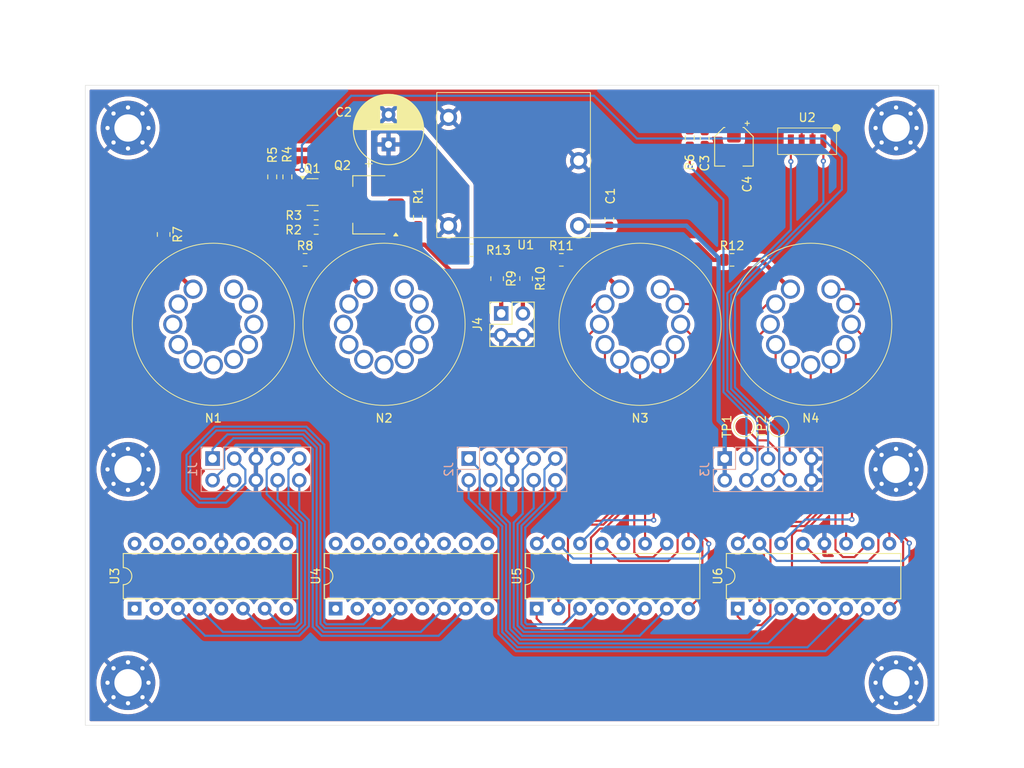
<source format=kicad_pcb>
(kicad_pcb (version 20240108) (generator "pcbnew") (generator_version "8.0")
  (layers (0 "F.Cu" signal) (31 "B.Cu" signal) (34 "B.Paste" user) (35 "F.Paste" user) (36 "B.SilkS" user "B.Silkscreen") (37 "F.SilkS" user "F.Silkscreen") (38 "B.Mask" user) (39 "F.Mask" user) (44 "Edge.Cuts" user))
  (net 0 "")
  (net 1 "GND")
  (net 2 "VBUS")
  (net 3 "Net-(U2-Vdd)")
  (net 4 "/Hours_Tens_C")
  (net 5 "/Hours_Tens_D")
  (net 6 "/Hours_Ones_D")
  (net 7 "/Hours_Ones_B")
  (net 8 "/Hours_Ones_A")
  (net 9 "/Hours_Ones_C")
  (net 10 "/Hours_Tens_A")
  (net 11 "/Hours_Tens_B")
  (net 12 "/Minutes_Ones_A")
  (net 13 "/Minutes_Ones_B")
  (net 14 "/Minutes_Tens_D")
  (net 15 "/Minutes_Ones_D")
  (net 16 "/Minutes_Tens_C")
  (net 17 "/Minutes_Tens_A")
  (net 18 "/Minutes_Ones_C")
  (net 19 "/Minutes_Tens_B")
  (net 20 "/I2C1_SDA")
  (net 21 "+3V3")
  (net 22 "/DIMMING")
  (net 23 "/I2C1_SCL")
  (net 24 "Net-(U3-6)")
  (net 25 "Net-(N1-0)")
  (net 26 "Net-(U3-8)")
  (net 27 "Net-(U3-2)")
  (net 28 "Net-(U3-3)")
  (net 29 "Net-(U3-1)")
  (net 30 "Net-(U3-9)")
  (net 31 "Net-(U3-7)")
  (net 32 "Net-(U3-4)")
  (net 33 "Net-(U4-2)")
  (net 34 "Net-(U4-3)")
  (net 35 "Net-(U4-9)")
  (net 36 "Net-(N2-0)")
  (net 37 "Net-(U4-7)")
  (net 38 "Net-(U4-6)")
  (net 39 "Net-(U4-4)")
  (net 40 "Net-(U4-8)")
  (net 41 "Net-(U4-1)")
  (net 42 "Net-(U5-1)")
  (net 43 "Net-(U5-8)")
  (net 44 "Net-(U5-6)")
  (net 45 "Net-(U5-2)")
  (net 46 "Net-(U5-7)")
  (net 47 "Net-(U5-4)")
  (net 48 "Net-(N3-0)")
  (net 49 "Net-(U5-3)")
  (net 50 "Net-(U6-3)")
  (net 51 "Net-(U6-4)")
  (net 52 "Net-(U6-8)")
  (net 53 "Net-(N4-0)")
  (net 54 "Net-(U6-6)")
  (net 55 "Net-(U6-2)")
  (net 56 "Net-(U6-7)")
  (net 57 "Net-(U6-1)")
  (net 58 "Net-(Q1-B)")
  (net 59 "Net-(Q1-C)")
  (net 60 "Net-(Q2-B)")
  (net 61 "/ANODE")
  (net 62 "/170V")
  (net 63 "Net-(R2-Pad2)")
  (net 64 "Net-(N1-Anode)")
  (net 65 "Net-(N2-Anode)")
  (net 66 "Net-(N3-Anode)")
  (net 67 "Net-(N4-Anode)")
  (net 68 "Net-(U3-5)")
  (net 69 "Net-(U4-5)")
  (net 70 "Net-(U5-5)")
  (net 71 "Net-(U6-5)")
  (net 72 "Net-(U5-9)")
  (net 73 "Net-(U6-9)")
  (net 74 "Net-(J3-Pin_8)")
  (net 75 "Net-(J3-Pin_7)")
  (net 76 "Net-(J4-Pin_1)")
  (net 77 "Net-(J4-Pin_3)")
  (footprint "Nick_Nixie:ИN-8" (layer "F.Cu") (at 185 78)
    (property "Reference" "N4")
    (property "Value" "ИN-8")
  )
  (footprint "MountingHole:MountingHole_3.2mm_M3_Pad_Via" (layer "F.Cu") (at 105 95)
    (property "Reference" "H4" (hide yes))
    (property "Value" "MountingHole_Pad")
  )
  (footprint "Resistor_SMD:R_0805_2012Metric" (layer "F.Cu") (at 175.775 70.45)
    (property "Reference" "R12")
    (property "Value" "22k")
  )
  (footprint "MountingHole:MountingHole_3.2mm_M3_Pad_Via" (layer "F.Cu") (at 105 55)
    (property "Reference" "H1" (hide yes))
    (property "Value" "MountingHole_Pad")
  )
  (footprint "MountingHole:MountingHole_3.2mm_M3_Pad_Via" (layer "F.Cu") (at 195 95)
    (property "Reference" "H3" (hide yes))
    (property "Value" "MountingHole_Pad")
  )
  (footprint "Resistor_SMD:R_0603_1608Metric" (layer "F.Cu") (at 127.05 65.225)
    (property "Reference" "R3")
    (property "Value" "100k")
  )
  (footprint "Package_DIP:DIP-16_W7.62mm" (layer "F.Cu") (at 129.332 111.32 90)
    (property "Reference" "U4")
    (property "Value" "К155ИД1")
  )
  (footprint "MountingHole:MountingHole_3.2mm_M3_Pad_Via" (layer "F.Cu") (at 105 120)
    (property "Reference" "H6" (hide yes))
    (property "Value" "MountingHole_Pad")
  )
  (footprint "Package_DIP:DIP-16_W7.62mm" (layer "F.Cu") (at 176.444 111.32 90)
    (property "Reference" "U6")
    (property "Value" "К155ИД1")
  )
  (footprint "Package_DIP:DIP-16_W7.62mm" (layer "F.Cu") (at 105.776 111.32 90)
    (property "Reference" "U3")
    (property "Value" "К155ИД1")
  )
  (footprint "Resistor_SMD:R_0603_1608Metric" (layer "F.Cu") (at 123.675 60.725 -90)
    (property "Reference" "R4")
    (property "Value" "10k")
  )
  (footprint "Resistor_SMD:R_0603_1608Metric" (layer "F.Cu") (at 127.05 66.925 180)
    (property "Reference" "R2")
    (property "Value" "100k")
  )
  (footprint "MountingHole:MountingHole_3.2mm_M3_Pad_Via" (layer "F.Cu") (at 195 120)
    (property "Reference" "H5" (hide yes))
    (property "Value" "MountingHole_Pad")
  )
  (footprint "MountingHole:MountingHole_3.2mm_M3_Pad_Via" (layer "F.Cu") (at 195 55)
    (property "Reference" "H2" (hide yes))
    (property "Value" "MountingHole_Pad")
  )
  (footprint "TestPoint:TestPoint_Pad_D2.0mm" (layer "F.Cu") (at 181.225 89.975 90)
    (property "Reference" "TP2")
    (property "Value" "TestPoint")
  )
  (footprint "Nick_Nixie:NCH8200HV" (layer "F.Cu") (at 150.3 58.75 180)
    (property "Reference" "U1")
    (property "Value" "NCH8200HV")
  )
  (footprint "Package_TO_SOT_SMD:SOT-223-3_TabPin2" (layer "F.Cu") (at 133.25 64 180)
    (property "Reference" "Q2")
    (property "Value" "PZTA92")
  )
  (footprint "Package_TO_SOT_SMD:SOT-23" (layer "F.Cu") (at 126.625 62.5)
    (property "Reference" "Q1")
    (property "Value" "MMBTA42")
  )
  (footprint "Resistor_SMD:R_0805_2012Metric" (layer "F.Cu") (at 151.65 72.6375 -90)
    (property "Reference" "R10")
    (property "Value" "22k")
  )
  (footprint "Resistor_SMD:R_0603_1608Metric" (layer "F.Cu") (at 170.825 56.175 -90)
    (property "Reference" "R6")
    (property "Value" "10k")
  )
  (footprint "Nick_Nixie:ИN-8" (layer "F.Cu") (at 165 78)
    (property "Reference" "N3")
    (property "Value" "ИN-8")
  )
  (footprint "Resistor_SMD:R_0805_2012Metric" (layer "F.Cu") (at 148.25 72.65 -90)
    (property "Reference" "R9")
    (property "Value" "22k")
  )
  (footprint "Capacitor_THT:CP_Radial_D8.0mm_P3.50mm" (layer "F.Cu") (at 135.525 56.927651 90)
    (property "Reference" "C2")
    (property "Value" "4.7u")
  )
  (footprint "TestPoint:TestPoint_Pad_D2.0mm" (layer "F.Cu") (at 177.175 89.975 90)
    (property "Reference" "TP1")
    (property "Value" "TestPoint")
  )
  (footprint "Resistor_SMD:R_0805_2012Metric" (layer "F.Cu") (at 145.2375 69.325)
    (property "Reference" "R13")
    (property "Value" "100k")
  )
  (footprint "Resistor_SMD:R_0603_1608Metric" (layer "F.Cu") (at 138.975 65.475 -90)
    (property "Reference" "R1")
    (property "Value" "100k")
  )
  (footprint "Package_DIP:DIP-16_W7.62mm" (layer "F.Cu") (at 152.888 111.32 90)
    (property "Reference" "U5")
    (property "Value" "К155ИД1")
  )
  (footprint "Resistor_SMD:R_0603_1608Metric" (layer "F.Cu") (at 121.9 60.725 -90)
    (property "Reference" "R5")
    (property "Value" "10k")
  )
  (footprint "Capacitor_SMD:C_0603_1608Metric" (layer "F.Cu") (at 161.4 65.65 90)
    (property "Reference" "C1")
    (property "Value" "100u")
  )
  (footprint "Nick_Nixie:ИN-8" (layer "F.Cu") (at 115 78)
    (property "Reference" "N1")
    (property "Value" "ИN-8")
  )
  (footprint "Capacitor_SMD:C_0603_1608Metric" (layer "F.Cu") (at 172.575 56.175 -90)
    (property "Reference" "C3")
    (property "Value" "100n")
  )
  (footprint "Connector_PinSocket_2.54mm:PinSocket_2x02_P2.54mm_Vertical" (layer "F.Cu") (at 148.73 76.73 90)
    (property "Reference" "J4")
    (property "Value" "Conn_02x02_Odd_Even")
  )
  (footprint "Resistor_SMD:R_0805_2012Metric" (layer "F.Cu") (at 125.75 70.45)
    (property "Reference" "R8")
    (property "Value" "22k")
  )
  (footprint "Resistor_SMD:R_0805_2012Metric" (layer "F.Cu") (at 155.775 70.45)
    (property "Reference" "R11")
    (property "Value" "22k")
  )
  (footprint "Nick_Nixie:ИN-8" (layer "F.Cu") (at 135 78)
    (property "Reference" "N2")
    (property "Value" "ИN-8")
  )
  (footprint "Capacitor_SMD:CP_Elec_4x5.4" (layer "F.Cu") (at 176 57.2 -90)
    (property "Reference" "C4")
    (property "Value" "10u")
  )
  (footprint "Nick_Sensors:VEML7700-TV" (layer "F.Cu") (at 184.575 56.55 180)
    (property "Reference" "U2")
    (property "Value" "VEML7700")
  )
  (footprint "Resistor_SMD:R_0805_2012Metric" (layer "F.Cu") (at 109.175 67.475 -90)
    (property "Reference" "R7")
    (property "Value" "22k")
  )
  (footprint "Connector_PinHeader_2.54mm:PinHeader_2x05_P2.54mm_Vertical" (layer "B.Cu") (at 114.91 93.73 -90)
    (property "Reference" "J1")
    (property "Value" "Conn_01x10_Pin")
  )
  (footprint "Connector_PinHeader_2.54mm:PinHeader_2x05_P2.54mm_Vertical" (layer "B.Cu") (at 174.92 93.73 -90)
    (property "Reference" "J3")
    (property "Value" "Conn_01x10_Pin")
  )
  (footprint "Connector_PinHeader_2.54mm:PinHeader_2x05_P2.54mm_Vertical" (layer "B.Cu") (at 144.92 93.73 -90)
    (property "Reference" "J2")
    (property "Value" "Conn_01x10_Pin")
  )
  (gr_rect (start 100 50) (end 200 125) (stroke (width 0.05)) (fill none) (layer "Edge.Cuts"))
  (segment (start 183.94 56.55) (end 183.94 58.49) (width 0.25) (layer "F.Cu") (net 1))
  (segment (start 183.925 54.55) (end 183.94 54.565) (width 0.25) (layer "F.Cu") (net 1))
  (segment (start 183.94 56.55) (end 183.94 54.565) (width 0.25) (layer "F.Cu") (net 1))
  (segment (start 183.94 58.49) (end 183.975 58.525) (width 0.25) (layer "F.Cu") (net 1))
  (segment (start 157.8 66.45) (end 161.375 66.45) (width 0.5) (layer "F.Cu") (net 2))
  (segment (start 161.375 66.45) (end 161.4 66.425) (width 0.5) (layer "F.Cu") (net 2))
  (segment (start 174.92 96.27) (end 174.92 93.73) (width 0.5) (layer "B.Cu") (net 2))
  (segment (start 174.92 89.97) (end 174.92 93.73) (width 0.5) (layer "B.Cu") (net 2))
  (segment (start 170.425 66.45) (end 174.2 70.225) (width 0.5) (layer "B.Cu") (net 2))
  (segment (start 157.8 66.45) (end 170.425 66.45) (width 0.5) (layer "B.Cu") (net 2))
  (segment (start 174.2 89.25) (end 174.92 89.97) (width 0.5) (layer "B.Cu") (net 2))
  (segment (start 174.2 70.225) (end 174.2 89.25) (width 0.5) (layer "B.Cu") (net 2))
  (segment (start 176 53.85) (end 176.95 52.9) (width 0.25) (layer "F.Cu") (net 3))
  (segment (start 170.825 55.35) (end 172.525 55.35) (width 0.25) (layer "F.Cu") (net 3))
  (segment (start 172.575 55.4) (end 176 55.4) (width 0.25) (layer "F.Cu") (net 3))
  (segment (start 176.95 52.9) (end 184.075 52.9) (width 0.25) (layer "F.Cu") (net 3))
  (segment (start 184.075 52.9) (end 185.225 54.05) (width 0.25) (layer "F.Cu") (net 3))
  (segment (start 185.225 54.05) (end 185.21 54.065) (width 0.25) (layer "F.Cu") (net 3))
  (segment (start 176 55.4) (end 176 53.85) (width 0.25) (layer "F.Cu") (net 3))
  (segment (start 172.525 55.35) (end 172.575 55.4) (width 0.25) (layer "F.Cu") (net 3))
  (segment (start 185.21 54.065) (end 185.21 56.55) (width 0.25) (layer "F.Cu") (net 3))
  (segment (start 121.25 97.9) (end 121.25 95.01) (width 0.25) (layer "B.Cu") (net 4))
  (segment (start 124.5 113.15) (end 124.85 112.8) (width 0.25) (layer "B.Cu") (net 4))
  (segment (start 121.25 95.01) (end 122.53 93.73) (width 0.25) (layer "B.Cu") (net 4))
  (segment (start 122.846 113.15) (end 124.5 113.15) (width 0.25) (layer "B.Cu") (net 4))
  (segment (start 121.016 111.32) (end 122.846 113.15) (width 0.25) (layer "B.Cu") (net 4))
  (segment (start 124.85 101.5) (end 121.25 97.9) (width 0.25) (layer "B.Cu") (net 4))
  (segment (start 124.85 112.8) (end 124.85 101.5) (width 0.25) (layer "B.Cu") (net 4))
  (segment (start 123.8 99.177208) (end 123.8 95) (width 0.25) (layer "B.Cu") (net 5))
  (segment (start 125.75 113.172792) (end 125.75 101.127208) (width 0.25) (layer "B.Cu") (net 5))
  (segment (start 124.872792 114.05) (end 125.75 113.172792) (width 0.25) (layer "B.Cu") (net 5))
  (segment (start 125.75 101.127208) (end 123.8 99.177208) (width 0.25) (layer "B.Cu") (net 5))
  (segment (start 113.396 111.32) (end 116.126 114.05) (width 0.25) (layer "B.Cu") (net 5))
  (segment (start 116.126 114.05) (end 124.872792 114.05) (width 0.25) (layer "B.Cu") (net 5))
  (segment (start 123.8 95) (end 125.07 93.73) (width 0.25) (layer "B.Cu") (net 5))
  (segment (start 127.55 92.277208) (end 125.722792 90.45) (width 0.25) (layer "B.Cu") (net 6))
  (segment (start 134.672 113.6) (end 128.072792 113.6) (width 0.25) (layer "B.Cu") (net 6))
  (segment (start 127.55 113.077208) (end 127.55 92.277208) (width 0.25) (layer "B.Cu") (net 6))
  (segment (start 112.3 93.5) (end 112.3 97.25) (width 0.25) (layer "B.Cu") (net 6))
  (segment (start 113.5 98.45) (end 115.27 98.45) (width 0.25) (layer "B.Cu") (net 6))
  (segment (start 128.072792 113.6) (end 127.55 113.077208) (width 0.25) (layer "B.Cu") (net 6))
  (segment (start 112.3 97.25) (end 113.5 98.45) (width 0.25) (layer "B.Cu") (net 6))
  (segment (start 115.35 90.45) (end 112.3 93.5) (width 0.25) (layer "B.Cu") (net 6))
  (segment (start 115.27 98.45) (end 117.45 96.27) (width 0.25) (layer "B.Cu") (net 6))
  (segment (start 136.952 111.32) (end 134.672 113.6) (width 0.25) (layer "B.Cu") (net 6))
  (segment (start 125.722792 90.45) (end 115.35 90.45) (width 0.25) (layer "B.Cu") (net 6))
  (segment (start 125.536396 90.9) (end 116.64 90.9) (width 0.25) (layer "B.Cu") (net 7))
  (segment (start 142.032 111.32) (end 139.302 114.05) (width 0.25) (layer "B.Cu") (net 7))
  (segment (start 114.91 92.63) (end 114.91 93.73) (width 0.25) (layer "B.Cu") (net 7))
  (segment (start 116.64 90.9) (end 114.91 92.63) (width 0.25) (layer "B.Cu") (net 7))
  (segment (start 127.1 113.263604) (end 127.1 92.463604) (width 0.25) (layer "B.Cu") (net 7))
  (segment (start 139.302 114.05) (end 127.886396 114.05) (width 0.25) (layer "B.Cu") (net 7))
  (segment (start 127.1 92.463604) (end 125.536396 90.9) (width 0.25) (layer "B.Cu") (net 7))
  (segment (start 127.886396 114.05) (end 127.1 113.263604) (width 0.25) (layer "B.Cu") (net 7))
  (segment (start 128 92.090812) (end 128 112.890812) (width 0.25) (layer "B.Cu") (net 8))
  (segment (start 125.909188 90) (end 128 92.090812) (width 0.25) (layer "B.Cu") (net 8))
  (segment (start 111.85 93.313604) (end 115.163604 90) (width 0.25) (layer "B.Cu") (net 8))
  (segment (start 128 112.890812) (end 128.259188 113.15) (width 0.25) (layer "B.Cu") (net 8))
  (segment (start 128.259188 113.15) (end 132.582 113.15) (width 0.25) (layer "B.Cu") (net 8))
  (segment (start 118.75 95.03) (end 118.75 96.631701) (width 0.25) (layer "B.Cu") (net 8))
  (segment (start 118.75 96.631701) (end 116.481701 98.9) (width 0.25) (layer "B.Cu") (net 8))
  (segment (start 132.582 113.15) (end 134.412 111.32) (width 0.25) (layer "B.Cu") (net 8))
  (segment (start 113.313604 98.9) (end 111.85 97.436396) (width 0.25) (layer "B.Cu") (net 8))
  (segment (start 116.481701 98.9) (end 113.313604 98.9) (width 0.25) (layer "B.Cu") (net 8))
  (segment (start 111.85 97.436396) (end 111.85 93.313604) (width 0.25) (layer "B.Cu") (net 8))
  (segment (start 117.45 93.73) (end 118.75 95.03) (width 0.25) (layer "B.Cu") (net 8))
  (segment (start 115.163604 90) (end 125.909188 90) (width 0.25) (layer "B.Cu") (net 8))
  (segment (start 144.572 111.32) (end 141.392 114.5) (width 0.25) (layer "B.Cu") (net 9))
  (segment (start 116.275 92.425) (end 116.275 94.905) (width 0.25) (layer "B.Cu") (net 9))
  (segment (start 126.65 113.45) (end 126.65 92.65) (width 0.25) (layer "B.Cu") (net 9))
  (segment (start 116.275 94.905) (end 114.91 96.27) (width 0.25) (layer "B.Cu") (net 9))
  (segment (start 127.7 114.5) (end 126.65 113.45) (width 0.25) (layer "B.Cu") (net 9))
  (segment (start 125.35 91.35) (end 117.35 91.35) (width 0.25) (layer "B.Cu") (net 9))
  (segment (start 141.392 114.5) (end 127.7 114.5) (width 0.25) (layer "B.Cu") (net 9))
  (segment (start 117.35 91.35) (end 116.275 92.425) (width 0.25) (layer "B.Cu") (net 9))
  (segment (start 126.65 92.65) (end 125.35 91.35) (width 0.25) (layer "B.Cu") (net 9))
  (segment (start 114.036 114.5) (end 110.856 111.32) (width 0.25) (layer "B.Cu") (net 10))
  (segment (start 126.2 113.359188) (end 125.059188 114.5) (width 0.25) (layer "B.Cu") (net 10))
  (segment (start 125.07 96.27) (end 125.07 99.810812) (width 0.25) (layer "B.Cu") (net 10))
  (segment (start 126.2 100.940812) (end 126.2 113.359188) (width 0.25) (layer "B.Cu") (net 10))
  (segment (start 125.07 99.810812) (end 126.2 100.940812) (width 0.25) (layer "B.Cu") (net 10))
  (segment (start 125.059188 114.5) (end 114.036 114.5) (width 0.25) (layer "B.Cu") (net 10))
  (segment (start 122.53 96.27) (end 122.53 98.543604) (width 0.25) (layer "B.Cu") (net 11))
  (segment (start 120.756 113.6) (end 118.476 111.32) (width 0.25) (layer "B.Cu") (net 11))
  (segment (start 125.3 101.313604) (end 125.3 112.986396) (width 0.25) (layer "B.Cu") (net 11))
  (segment (start 124.686396 113.6) (end 120.756 113.6) (width 0.25) (layer "B.Cu") (net 11))
  (segment (start 122.53 98.543604) (end 125.3 101.313604) (width 0.25) (layer "B.Cu") (net 11))
  (segment (start 125.3 112.986396) (end 124.686396 113.6) (width 0.25) (layer "B.Cu") (net 11))
  (segment (start 151.004416 114.95) (end 177.894 114.95) (width 0.25) (layer "B.Cu") (net 12))
  (segment (start 148.75 100.3) (end 149.75 101.3) (width 0.25) (layer "B.Cu") (net 12))
  (segment (start 149.75 101.3) (end 149.75 113.695584) (width 0.25) (layer "B.Cu") (net 12))
  (segment (start 147.46 93.73) (end 148.75 95.02) (width 0.25) (layer "B.Cu") (net 12))
  (segment (start 177.894 114.95) (end 181.524 111.32) (width 0.25) (layer "B.Cu") (net 12))
  (segment (start 148.75 95.02) (end 148.75 100.3) (width 0.25) (layer "B.Cu") (net 12))
  (segment (start 149.75 113.695584) (end 151.004416 114.95) (width 0.25) (layer "B.Cu") (net 12))
  (segment (start 148.85 114.068376) (end 150.631624 115.85) (width 0.25) (layer "B.Cu") (net 13))
  (segment (start 150.631624 115.85) (end 184.614 115.85) (width 0.25) (layer "B.Cu") (net 13))
  (segment (start 144.92 93.73) (end 146.2 95.01) (width 0.25) (layer "B.Cu") (net 13))
  (segment (start 184.614 115.85) (end 189.144 111.32) (width 0.25) (layer "B.Cu") (net 13))
  (segment (start 148.85 101.672792) (end 148.85 114.068376) (width 0.25) (layer "B.Cu") (net 13))
  (segment (start 146.2 95.01) (end 146.2 99.022792) (width 0.25) (layer "B.Cu") (net 13))
  (segment (start 146.2 99.022792) (end 148.85 101.672792) (width 0.25) (layer "B.Cu") (net 13))
  (segment (start 151.1 113.136396) (end 151.563604 113.6) (width 0.25) (layer "B.Cu") (net 14))
  (segment (start 153.8 95.01) (end 153.8 98.913604) (width 0.25) (layer "B.Cu") (net 14))
  (segment (start 155.08 93.73) (end 153.8 95.01) (width 0.25) (layer "B.Cu") (net 14))
  (segment (start 151.1 101.613604) (end 151.1 113.136396) (width 0.25) (layer "B.Cu") (net 14))
  (segment (start 158.228 113.6) (end 160.508 111.32) (width 0.25) (layer "B.Cu") (net 14))
  (segment (start 151.563604 113.6) (end 158.228 113.6) (width 0.25) (layer "B.Cu") (net 14))
  (segment (start 153.8 98.913604) (end 151.1 101.613604) (width 0.25) (layer "B.Cu") (net 14))
  (segment (start 150.81802 115.4) (end 149.3 113.88198) (width 0.25) (layer "B.Cu") (net 15))
  (segment (start 179.984 115.4) (end 150.81802 115.4) (width 0.25) (layer "B.Cu") (net 15))
  (segment (start 149.3 101.486396) (end 147.46 99.646396) (width 0.25) (layer "B.Cu") (net 15))
  (segment (start 149.3 113.88198) (end 149.3 101.486396) (width 0.25) (layer "B.Cu") (net 15))
  (segment (start 184.064 111.32) (end 179.984 115.4) (width 0.25) (layer "B.Cu") (net 15))
  (segment (start 147.46 99.646396) (end 147.46 96.27) (width 0.25) (layer "B.Cu") (net 15))
  (segment (start 150.2 101.240812) (end 151.25 100.190812) (width 0.25) (layer "B.Cu") (net 16))
  (segment (start 151.190812 114.5) (end 150.2 113.509188) (width 0.25) (layer "B.Cu") (net 16))
  (segment (start 151.25 95.02) (end 152.54 93.73) (width 0.25) (layer "B.Cu") (net 16))
  (segment (start 168.128 111.32) (end 164.948 114.5) (width 0.25) (layer "B.Cu") (net 16))
  (segment (start 151.25 100.190812) (end 151.25 95.02) (width 0.25) (layer "B.Cu") (net 16))
  (segment (start 164.948 114.5) (end 151.190812 114.5) (width 0.25) (layer "B.Cu") (net 16))
  (segment (start 150.2 113.509188) (end 150.2 101.240812) (width 0.25) (layer "B.Cu") (net 16))
  (segment (start 156.15 113.15) (end 157.968 111.332) (width 0.25) (layer "B.Cu") (net 17))
  (segment (start 155.08 98.27) (end 151.55 101.8) (width 0.25) (layer "B.Cu") (net 17))
  (segment (start 151.55 101.8) (end 151.55 112.95) (width 0.25) (layer "B.Cu") (net 17))
  (segment (start 151.55 112.95) (end 151.75 113.15) (width 0.25) (layer "B.Cu") (net 17))
  (segment (start 151.75 113.15) (end 156.15 113.15) (width 0.25) (layer "B.Cu") (net 17))
  (segment (start 155.08 96.27) (end 155.08 98.27) (width 0.25) (layer "B.Cu") (net 17))
  (segment (start 157.968 111.332) (end 157.968 111.32) (width 0.25) (layer "B.Cu") (net 17))
  (segment (start 150.445228 116.3) (end 148.4 114.254772) (width 0.25) (layer "B.Cu") (net 18))
  (segment (start 191.684 111.32) (end 186.704 116.3) (width 0.25) (layer "B.Cu") (net 18))
  (segment (start 148.4 101.859188) (end 144.92 98.379188) (width 0.25) (layer "B.Cu") (net 18))
  (segment (start 144.92 98.379188) (end 144.92 96.27) (width 0.25) (layer "B.Cu") (net 18))
  (segment (start 148.4 114.254772) (end 148.4 101.859188) (width 0.25) (layer "B.Cu") (net 18))
  (segment (start 186.704 116.3) (end 150.445228 116.3) (width 0.25) (layer "B.Cu") (net 18))
  (segment (start 152.54 96.27) (end 152.54 99.537208) (width 0.25) (layer "B.Cu") (net 19))
  (segment (start 150.65 101.427208) (end 150.65 113.322792) (width 0.25) (layer "B.Cu") (net 19))
  (segment (start 162.858 114.05) (end 165.588 111.32) (width 0.25) (layer "B.Cu") (net 19))
  (segment (start 151.377208 114.05) (end 162.858 114.05) (width 0.25) (layer "B.Cu") (net 19))
  (segment (start 152.54 99.537208) (end 150.65 101.427208) (width 0.25) (layer "B.Cu") (net 19))
  (segment (start 150.65 113.322792) (end 151.377208 114.05) (width 0.25) (layer "B.Cu") (net 19))
  (segment (start 182.67 58.925) (end 182.67 56.55) (width 0.25) (layer "F.Cu") (net 20))
  (via (at 182.67 58.925) (size 0.6) (drill 0.3) (layers "F.Cu" "B.Cu") (net 20))
  (segment (start 182.67 58.925) (end 182.67 66.918604) (width 0.25) (layer "B.Cu") (net 20))
  (segment (start 178.75 89.286396) (end 178.75 94.98) (width 0.25) (layer "B.Cu") (net 20))
  (segment (start 178.75 94.98) (end 177.46 96.27) (width 0.25) (layer "B.Cu") (net 20))
  (segment (start 175.225 74.363604) (end 175.225 85.761396) (width 0.25) (layer "B.Cu") (net 20))
  (segment (start 182.67 66.918604) (end 175.225 74.363604) (width 0.25) (layer "B.Cu") (net 20))
  (segment (start 175.225 85.761396) (end 178.75 89.286396) (width 0.25) (layer "B.Cu") (net 20))
  (segment (start 170.875 59.525) (end 170.825 59.475) (width 0.25) (layer "F.Cu") (net 21))
  (segment (start 170.825 59.475) (end 170.825 57) (width 0.25) (layer "F.Cu") (net 21))
  (via (at 170.875 59.525) (size 0.6) (drill 0.3) (layers "F.Cu" "B.Cu") (net 21))
  (segment (start 174.775 85.947792) (end 174.775 63.425) (width 0.25) (layer "B.Cu") (net 21))
  (segment (start 177.46 93.73) (end 177.46 88.632792) (width 0.25) (layer "B.Cu") (net 21))
  (segment (start 177.46 88.632792) (end 174.775 85.947792) (width 0.25) (layer "B.Cu") (net 21))
  (segment (start 174.775 63.425) (end 170.875 59.525) (width 0.25) (layer "B.Cu") (net 21))
  (segment (start 125.375 59.925) (end 125.35 59.9) (width 0.25) (layer "F.Cu") (net 22))
  (segment (start 125.35 59.9) (end 123.675 59.9) (width 0.25) (layer "F.Cu") (net 22))
  (segment (start 123.675 59.9) (end 121.9 59.9) (width 0.25) (layer "F.Cu") (net 22))
  (via (at 125.375 59.925) (size 0.6) (drill 0.3) (layers "F.Cu" "B.Cu") (net 22))
  (segment (start 159.625 51.225) (end 131.15 51.225) (width 0.25) (layer "B.Cu") (net 22))
  (segment (start 164.625 56.225) (end 159.625 51.225) (width 0.25) (layer "B.Cu") (net 22))
  (segment (start 125.375 57) (end 125.375 59.925) (width 0.25) (layer "B.Cu") (net 22))
  (segment (start 181.3 94.97) (end 181.3 90.563604) (width 0.25) (layer "B.Cu") (net 22))
  (segment (start 180 96.27) (end 181.3 94.97) (width 0.25) (layer "B.Cu") (net 22))
  (segment (start 181.3 90.563604) (end 176.125 85.388604) (width 0.25) (layer "B.Cu") (net 22))
  (segment (start 186.4 56.225) (end 164.625 56.225) (width 0.25) (layer "B.Cu") (net 22))
  (segment (start 176.125 74.736396) (end 188.65 62.211396) (width 0.25) (layer "B.Cu") (net 22))
  (segment (start 188.65 62.211396) (end 188.65 58.475) (width 0.25) (layer "B.Cu") (net 22))
  (segment (start 176.125 85.388604) (end 176.125 74.736396) (width 0.25) (layer "B.Cu") (net 22))
  (segment (start 131.15 51.225) (end 125.375 57) (width 0.25) (layer "B.Cu") (net 22))
  (segment (start 188.65 58.475) (end 186.4 56.225) (width 0.25) (layer "B.Cu") (net 22))
  (segment (start 186.48 58.875) (end 186.48 56.55) (width 0.25) (layer "F.Cu") (net 23))
  (via (at 186.48 58.875) (size 0.6) (drill 0.3) (layers "F.Cu" "B.Cu") (net 23))
  (segment (start 175.675 74.55) (end 175.675 85.575) (width 0.25) (layer "B.Cu") (net 23))
  (segment (start 175.675 85.575) (end 180 89.9) (width 0.25) (layer "B.Cu") (net 23))
  (segment (start 186.48 58.875) (end 186.48 63.745) (width 0.25) (layer "B.Cu") (net 23))
  (segment (start 180 89.9) (end 180 93.73) (width 0.25) (layer "B.Cu") (net 23))
  (segment (start 186.48 63.745) (end 175.675 74.55) (width 0.25) (layer "B.Cu") (net 23))
  (segment (start 172.2 75.8) (end 170.286379 73.886379) (width 0.25) (layer "F.Cu") (net 42))
  (segment (start 167.25 90.809188) (end 172.2 85.859188) (width 0.25) (layer "F.Cu") (net 42))
  (segment (start 170.286379 73.886379) (end 167.375 73.886379) (width 0.25) (layer "F.Cu") (net 42))
  (segment (start 172.2 85.859188) (end 172.2 75.8) (width 0.25) (layer "F.Cu") (net 42))
  (segment (start 173.05 103.56802) (end 167.25 97.76802) (width 0.25) (layer "F.Cu") (net 42))
  (segment (start 167.25 97.76802) (end 167.25 90.809188) (width 0.25) (layer "F.Cu") (net 42))
  (segment (start 173.05 103.725) (end 173.05 103.56802) (width 0.25) (layer "F.Cu") (net 42))
  (via (at 173.05 103.725) (size 0.6) (drill 0.3) (layers "F.Cu" "B.Cu") (net 42))
  (segment (start 155.428 103.7) (end 157.178 105.45) (width 0.25) (layer "B.Cu") (net 42))
  (segment (start 172.25 105.45) (end 173.05 104.65) (width 0.25) (layer "B.Cu") (net 42))
  (segment (start 157.178 105.45) (end 172.25 105.45) (width 0.25) (layer "B.Cu") (net 42))
  (segment (start 173.05 104.65) (end 173.05 103.725) (width 0.25) (layer "B.Cu") (net 42))
  (segment (start 153.55 113.15) (end 155.9 113.15) (width 0.25) (layer "F.Cu") (net 43))
  (segment (start 160.875 101.925) (end 164.1 98.7) (width 0.25) (layer "F.Cu") (net 43))
  (segment (start 152.888 111.32) (end 152.888 112.488) (width 0.25) (layer "F.Cu") (net 43))
  (segment (start 160.886379 87.072775) (end 160.886379 80.375) (width 0.25) (layer "F.Cu") (net 43))
  (segment (start 156.7 109.85) (end 159.25 107.3) (width 0.25) (layer "F.Cu") (net 43))
  (segment (start 164.1 98.7) (end 164.1 90.286396) (width 0.25) (layer "F.Cu") (net 43))
  (segment (start 159.25 103) (end 160.325 101.925) (width 0.25) (layer "F.Cu") (net 43))
  (segment (start 155.9 113.15) (end 156.7 112.35) (width 0.25) (layer "F.Cu") (net 43))
  (segment (start 152.888 112.488) (end 153.55 113.15) (width 0.25) (layer "F.Cu") (net 43))
  (segment (start 156.7 112.35) (end 156.7 109.85) (width 0.25) (layer "F.Cu") (net 43))
  (segment (start 159.25 107.3) (end 159.25 103) (width 0.25) (layer "F.Cu") (net 43))
  (segment (start 160.325 101.925) (end 160.875 101.925) (width 0.25) (layer "F.Cu") (net 43))
  (segment (start 164.1 90.286396) (end 160.886379 87.072775) (width 0.25) (layer "F.Cu") (net 43))
  (segment (start 165 82.75) (end 165 98.7) (width 0.25) (layer "F.Cu") (net 44))
  (segment (start 165.588 99.288) (end 165.588 103.7) (width 0.25) (layer "F.Cu") (net 44))
  (segment (start 165 98.7) (end 165.588 99.288) (width 0.25) (layer "F.Cu") (net 44))
  (segment (start 171.75 76.670389) (end 171.75 85.672792) (width 0.25) (layer "F.Cu") (net 45))
  (segment (start 170.704611 75.625) (end 171.75 76.670389) (width 0.25) (layer "F.Cu") (net 45))
  (segment (start 166.8 97.954416) (end 172.3 103.454416) (width 0.25) (layer "F.Cu") (net 45))
  (segment (start 171.75 85.672792) (end 166.8 90.622792) (width 0.25) (layer "F.Cu") (net 45))
  (segment (start 172.3 103.454416) (end 172.3 109.688) (width 0.25) (layer "F.Cu") (net 45))
  (segment (start 172.3 109.688) (end 170.668 111.32) (width 0.25) (layer "F.Cu") (net 45))
  (segment (start 166.8 90.622792) (end 166.8 97.954416) (width 0.25) (layer "F.Cu") (net 45))
  (segment (start 169.113621 75.625) (end 170.704611 75.625) (width 0.25) (layer "F.Cu") (net 45))
  (segment (start 164.325 99.111396) (end 164.55 98.886396) (width 0.25) (layer "F.Cu") (net 46))
  (segment (start 162.625 88.175) (end 162.625 82.113621) (width 0.25) (layer "F.Cu") (net 46))
  (segment (start 164.325 104.725) (end 164.325 99.111396) (width 0.25) (layer "F.Cu") (net 46))
  (segment (start 164.9 105.3) (end 164.325 104.725) (width 0.25) (layer "F.Cu") (net 46))
  (segment (start 164.55 98.886396) (end 164.55 90.1) (width 0.25) (layer "F.Cu") (net 46))
  (segment (start 166.528 105.3) (end 164.9 105.3) (width 0.25) (layer "F.Cu") (net 46))
  (segment (start 168.128 103.7) (end 166.528 105.3) (width 0.25) (layer "F.Cu") (net 46))
  (segment (start 164.55 90.1) (end 162.625 88.175) (width 0.25) (layer "F.Cu") (net 46))
  (segment (start 169.4 101.827208) (end 169.4 104.65) (width 0.25) (layer "F.Cu") (net 47))
  (segment (start 169.113621 80.375) (end 169.113621 87.036379) (width 0.25) (layer "F.Cu") (net 47))
  (segment (start 165.9 98.327208) (end 169.4 101.827208) (width 0.25) (layer "F.Cu") (net 47))
  (segment (start 169.113621 87.036379) (end 165.9 90.25) (width 0.25) (layer "F.Cu") (net 47))
  (segment (start 168.3 105.75) (end 162.558 105.75) (width 0.25) (layer "F.Cu") (net 47))
  (segment (start 169.4 104.65) (end 168.3 105.75) (width 0.25) (layer "F.Cu") (net 47))
  (segment (start 162.558 105.75) (end 160.508 103.7) (width 0.25) (layer "F.Cu") (net 47))
  (segment (start 165.9 90.25) (end 165.9 98.327208) (width 0.25) (layer "F.Cu") (net 47))
  (segment (start 160.886379 75.625) (end 159.725 75.625) (width 0.25) (layer "F.Cu") (net 48))
  (segment (start 159.725 75.625) (end 158.325 77.025) (width 0.25) (layer "F.Cu") (net 48))
  (segment (start 155.563 101.025) (end 160.502208 101.025) (width 0.25) (layer "F.Cu") (net 48))
  (segment (start 158.325 85.784188) (end 163.2 90.659188) (width 0.25) (layer "F.Cu") (net 48))
  (segment (start 163.2 90.659188) (end 163.2 93.388) (width 0.25) (layer "F.Cu") (net 48))
  (segment (start 163.2 98.327208) (end 163.2 92.825) (width 0.25) (layer "F.Cu") (net 48))
  (segment (start 158.325 77.025) (end 158.325 85.784188) (width 0.25) (layer "F.Cu") (net 48))
  (segment (start 152.888 103.7) (end 155.563 101.025) (width 0.25) (layer "F.Cu") (net 48))
  (segment (start 160.502208 101.025) (end 163.2 98.327208) (width 0.25) (layer "F.Cu") (net 48))
  (segment (start 171.3 85.486396) (end 171.3 79.55) (width 0.25) (layer "F.Cu") (net 49))
  (segment (start 171.3 79.55) (end 169.75 78) (width 0.25) (layer "F.Cu") (net 49))
  (segment (start 166.35 90.436396) (end 171.3 85.486396) (width 0.25) (layer "F.Cu") (net 49))
  (segment (start 170.675 102.465812) (end 166.35 98.140812) (width 0.25) (layer "F.Cu") (net 49))
  (segment (start 170.675 103.693) (end 170.675 102.465812) (width 0.25) (layer "F.Cu") (net 49))
  (segment (start 166.35 98.140812) (end 166.35 90.436396) (width 0.25) (layer "F.Cu") (net 49))
  (segment (start 170.668 103.7) (end 170.675 103.693) (width 0.25) (layer "F.Cu") (net 49))
  (segment (start 191.35 88.65) (end 191.35 79.6) (width 0.25) (layer "F.Cu") (net 50))
  (segment (start 194.224 102.524) (end 190.075 98.375) (width 0.25) (layer "F.Cu") (net 50))
  (segment (start 194.224 103.7) (end 194.224 102.524) (width 0.25) (layer "F.Cu") (net 50))
  (segment (start 191.35 79.6) (end 189.75 78) (width 0.25) (layer "F.Cu") (net 50))
  (segment (start 190.075 98.375) (end 190.075 89.925) (width 0.25) (layer "F.Cu") (net 50))
  (segment (start 190.075 89.925) (end 191.35 88.65) (width 0.25) (layer "F.Cu") (net 50))
  (segment (start 189.1 89.529416) (end 189.1 80.388621) (width 0.25) (layer "F.Cu") (net 51))
  (segment (start 186.264 105.9) (end 191.6 105.9) (width 0.25) (layer "F.Cu") (net 51))
  (segment (start 189.625 98.561396) (end 189.625 90.054416) (width 0.25) (layer "F.Cu") (net 51))
  (segment (start 192.925 101.861396) (end 189.625 98.561396) (width 0.25) (layer "F.Cu") (net 51))
  (segment (start 189.1 80.388621) (end 189.113621 80.375) (width 0.25) (layer "F.Cu") (net 51))
  (segment (start 191.6 105.9) (end 192.925 104.575) (width 0.25) (layer "F.Cu") (net 51))
  (segment (start 189.625 90.054416) (end 189.1 89.529416) (width 0.25) (layer "F.Cu") (net 51))
  (segment (start 184.064 103.7) (end 186.264 105.9) (width 0.25) (layer "F.Cu") (net 51))
  (segment (start 192.925 104.575) (end 192.925 101.861396) (width 0.25) (layer "F.Cu") (net 51))
  (segment (start 183.325 102.175) (end 184.372792 102.175) (width 0.25) (layer "F.Cu") (net 52))
  (segment (start 176.444 111.32) (end 176.444 112.244) (width 0.25) (layer "F.Cu") (net 52))
  (segment (start 187.825 90.8) (end 180.886379 83.861379) (width 0.25) (layer "F.Cu") (net 52))
  (segment (start 187.825 98.722792) (end 187.825 90.8) (width 0.25) (layer "F.Cu") (net 52))
  (segment (start 182.8 102.7) (end 183.325 102.175) (width 0.25) (layer "F.Cu") (net 52))
  (segment (start 184.372792 102.175) (end 187.825 98.722792) (width 0.25) (layer "F.Cu") (net 52))
  (segment (start 182.8 107.675) (end 182.8 102.7) (width 0.25) (layer "F.Cu") (net 52))
  (segment (start 180.886379 83.861379) (end 180.886379 80.375) (width 0.25) (layer "F.Cu") (net 52))
  (segment (start 176.444 112.244) (end 177.45 113.25) (width 0.25) (layer "F.Cu") (net 52))
  (segment (start 177.45 113.25) (end 179.2 113.25) (width 0.25) (layer "F.Cu") (net 52))
  (segment (start 179.2 113.25) (end 180.275 112.175) (width 0.25) (layer "F.Cu") (net 52))
  (segment (start 180.275 112.175) (end 180.275 110.2) (width 0.25) (layer "F.Cu") (net 52))
  (segment (start 180.275 110.2) (end 182.8 107.675) (width 0.25) (layer "F.Cu") (net 52))
  (segment (start 176.444 103.7) (end 178.994 101.15) (width 0.25) (layer "F.Cu") (net 53))
  (segment (start 178.075 77.45) (end 179.9 75.625) (width 0.25) (layer "F.Cu") (net 53))
  (segment (start 186.925 91.172792) (end 178.075 82.322792) (width 0.25) (layer "F.Cu") (net 53))
  (segment (start 179.9 75.625) (end 180.886379 75.625) (width 0.25) (layer "F.Cu") (net 53))
  (segment (start 184.125 101.15) (end 186.925 98.35) (width 0.25) (layer "F.Cu") (net 53))
  (segment (start 186.925 98.35) (end 186.925 91.172792) (width 0.25) (layer "F.Cu") (net 53))
  (segment (start 178.994 101.15) (end 184.125 101.15) (width 0.25) (layer "F.Cu") (net 53))
  (segment (start 178.075 82.322792) (end 178.075 77.45) (width 0.25) (layer "F.Cu") (net 53))
  (segment (start 188.725 101.811396) (end 188.725 90.427208) (width 0.25) (layer "F.Cu") (net 54))
  (segment (start 188.725 90.427208) (end 185 86.702208) (width 0.25) (layer "F.Cu") (net 54))
  (segment (start 185 86.702208) (end 185 82.75) (width 0.25) (layer "F.Cu") (net 54))
  (segment (start 189.144 102.230396) (end 188.725 101.811396) (width 0.25) (layer "F.Cu") (net 54))
  (segment (start 189.144 103.7) (end 189.144 102.230396) (width 0.25) (layer "F.Cu") (net 54))
  (segment (start 194.224 111.32) (end 195.825 109.719) (width 0.25) (layer "F.Cu") (net 55))
  (segment (start 195.825 109.719) (end 195.825 103.488604) (width 0.25) (layer "F.Cu") (net 55))
  (segment (start 190.704611 75.625) (end 189.113621 75.625) (width 0.25) (layer "F.Cu") (net 55))
  (segment (start 191.8 76.720389) (end 190.704611 75.625) (width 0.25) (layer "F.Cu") (net 55))
  (segment (start 190.525 90.111396) (end 191.8 88.836396) (width 0.25) (layer "F.Cu") (net 55))
  (segment (start 191.8 88.836396) (end 191.8 76.720389) (width 0.25) (layer "F.Cu") (net 55))
  (segment (start 195.825 103.488604) (end 190.525 98.188604) (width 0.25) (layer "F.Cu") (net 55))
  (segment (start 190.525 98.188604) (end 190.525 90.111396) (width 0.25) (layer "F.Cu") (net 55))
  (segment (start 188.275 90.613604) (end 182.625 84.963604) (width 0.25) (layer "F.Cu") (net 56))
  (segment (start 187.9 104.4) (end 187.9 99.284188) (width 0.25) (layer "F.Cu") (net 56))
  (segment (start 187.9 99.284188) (end 188.275 98.909188) (width 0.25) (layer "F.Cu") (net 56))
  (segment (start 191.684 103.7) (end 190.109 105.275) (width 0.25) (layer "F.Cu") (net 56))
  (segment (start 182.625 84.963604) (end 182.625 82.113621) (width 0.25) (layer "F.Cu") (net 56))
  (segment (start 188.775 105.275) (end 187.9 104.4) (width 0.25) (layer "F.Cu") (net 56))
  (segment (start 190.109 105.275) (end 188.775 105.275) (width 0.25) (layer "F.Cu") (net 56))
  (segment (start 188.275 98.909188) (end 188.275 90.613604) (width 0.25) (layer "F.Cu") (net 56))
  (segment (start 192.25 89.022792) (end 192.25 75.275) (width 0.25) (layer "F.Cu") (net 57))
  (segment (start 196.55 103.577208) (end 190.975 98.002208) (width 0.25) (layer "F.Cu") (net 57))
  (segment (start 190.975 98.002208) (end 190.975 90.297792) (width 0.25) (layer "F.Cu") (net 57))
  (segment (start 190.975 90.297792) (end 192.25 89.022792) (width 0.25) (layer "F.Cu") (net 57))
  (segment (start 190.861379 73.886379) (end 187.375 73.886379) (width 0.25) (layer "F.Cu") (net 57))
  (segment (start 178.984 103.7) (end 178.975 103.7) (width 0.25) (layer "F.Cu") (net 57))
  (segment (start 196.55 103.65) (end 196.55 103.577208) (width 0.25) (layer "F.Cu") (net 57))
  (segment (start 192.25 75.275) (end 190.861379 73.886379) (width 0.25) (layer "F.Cu") (net 57))
  (via (at 196.55 103.65) (size 0.6) (drill 0.3) (layers "F.Cu" "B.Cu") (net 57))
  (segment (start 195.825 105.725) (end 181.009 105.725) (width 0.25) (layer "B.Cu") (net 57))
  (segment (start 196.55 103.65) (end 196.55 105) (width 0.25) (layer "B.Cu") (net 57))
  (segment (start 196.55 105) (end 195.825 105.725) (width 0.25) (layer "B.Cu") (net 57))
  (segment (start 181.009 105.725) (end 178.984 103.7) (width 0.25) (layer "B.Cu") (net 57))
  (segment (start 123.675 61.55) (end 125.6875 61.55) (width 0.25) (layer "F.Cu") (net 58))
  (segment (start 127.5625 63.9375) (end 127.5625 62.5) (width 0.25) (layer "F.Cu") (net 59))
  (segment (start 127.875 64.25) (end 127.5625 63.9375) (width 0.25) (layer "F.Cu") (net 59))
  (segment (start 127.875 65.225) (end 127.875 64.25) (width 0.25) (layer "F.Cu") (net 59))
  (segment (start 134.525 66.3) (end 136.4 66.3) (width 0.25) (layer "F.Cu") (net 60))
  (segment (start 133.9 66.925) (end 134.525 66.3) (width 0.25) (layer "F.Cu") (net 60))
  (segment (start 133.9 66.925) (end 127.875 66.925) (width 0.25) (layer "F.Cu") (net 60))
  (segment (start 154.8625 69.5125) (end 155.7 68.675) (width 0.5) (layer "F.Cu") (net 61))
  (segment (start 148.25 71.7375) (end 142.8125 71.7375) (width 0.5) (layer "F.Cu") (net 61))
  (segment (start 120.3375 67.6375) (end 121.3875 68.6875) (width 0.5) (layer "F.Cu") (net 61))
  (segment (start 124.8375 69.4375) (end 124.8375 70.45) (width 0.5) (layer "F.Cu") (net 61))
  (segment (start 154.025 70.45) (end 154.8625 70.45) (width 0.5) (layer "F.Cu") (net 61))
  (segment (start 128.65 57.55) (end 117.075 57.55) (width 0.5) (layer "F.Cu") (net 61))
  (segment (start 152.75 71.725) (end 154.025 70.45) (width 0.5) (layer "F.Cu") (net 61))
  (segment (start 109.175 65.45) (end 109.175 66.5625) (width 0.5) (layer "F.Cu") (net 61))
  (segment (start 109.175 66.5625) (end 119.2625 66.5625) (width 0.5) (layer "F.Cu") (net 61))
  (segment (start 130.1 59) (end 128.65 57.55) (width 0.5) (layer "F.Cu") (net 61))
  (segment (start 119.2625 66.5625) (end 120.3375 67.6375) (width 0.5) (layer "F.Cu") (net 61))
  (segment (start 125.6 68.675) (end 124.8375 69.4375) (width 0.5) (layer "F.Cu") (net 61))
  (segment (start 117.075 57.55) (end 109.175 65.45) (width 0.5) (layer "F.Cu") (net 61))
  (segment (start 130.1 64) (end 130.1 59) (width 0.5) (layer "F.Cu") (net 61))
  (segment (start 155.7 68.675) (end 171.825 68.675) (width 0.5) (layer "F.Cu") (net 61))
  (segment (start 154.8625 70.45) (end 154.8625 69.5125) (width 0.5) (layer "F.Cu") (net 61))
  (segment (start 151.6375 71.7375) (end 151.65 71.725) (width 0.5) (layer "F.Cu") (net 61))
  (segment (start 121.3875 68.6875) (end 123.15 70.45) (width 0.5) (layer "F.Cu") (net 61))
  (segment (start 142.8125 71.7375) (end 139.75 68.675) (width 0.5) (layer "F.Cu") (net 61))
  (segment (start 121.4 68.675) (end 121.3875 68.6875) (width 0.5) (layer "F.Cu") (net 61))
  (segment (start 173.6 70.45) (end 174.8625 70.45) (width 0.5) (layer "F.Cu") (net 61))
  (segment (start 136.4 64) (end 130.1 64) (width 0.5) (layer "F.Cu") (net 61))
  (segment (start 148.25 71.7375) (end 151.6375 71.7375) (width 0.5) (layer "F.Cu") (net 61))
  (segment (start 119.7 67) (end 120.3375 67.6375) (width 0.5) (layer "F.Cu") (net 61))
  (segment (start 123.15 70.45) (end 124.8375 70.45) (width 0.5) (layer "F.Cu") (net 61))
  (segment (start 171.825 68.675) (end 173.6 70.45) (width 0.5) (layer "F.Cu") (net 61))
  (segment (start 139.75 68.675) (end 125.6 68.675) (width 0.5) (layer "F.Cu") (net 61))
  (segment (start 151.65 71.725) (end 152.75 71.725) (width 0.5) (layer "F.Cu") (net 61))
  (segment (start 126.225 65.225) (end 126.225 66.925) (width 0.25) (layer "F.Cu") (net 63))
  (segment (start 109.175 70.436379) (end 109.175 68.3875) (width 0.5) (layer "F.Cu") (net 64))
  (segment (start 112.625 73.886379) (end 109.175 70.436379) (width 0.5) (layer "F.Cu") (net 64))
  (segment (start 126.6625 70.45) (end 129.188621 70.45) (width 0.5) (layer "F.Cu") (net 65))
  (segment (start 129.188621 70.45) (end 132.625 73.886379) (width 0.5) (layer "F.Cu") (net 65))
  (segment (start 159.188621 70.45) (end 162.625 73.886379) (width 0.5) (layer "F.Cu") (net 66))
  (segment (start 156.6875 70.45) (end 159.188621 70.45) (width 0.5) (layer "F.Cu") (net 66))
  (segment (start 179.188621 70.45) (end 182.625 73.886379) (width 0.5) (layer "F.Cu") (net 67))
  (segment (start 176.6875 70.45) (end 179.188621 70.45) (width 0.5) (layer "F.Cu") (net 67))
  (segment (start 167.375 88.138604) (end 165.45 90.063604) (width 0.25) (layer "F.Cu") (net 70))
  (segment (start 166.6 99.663604) (end 166.6 100.95) (width 0.25) (layer "F.Cu") (net 70))
  (segment (start 165.45 90.063604) (end 165.45 98.513604) (width 0.25) (layer "F.Cu") (net 70))
  (segment (start 165.45 98.513604) (end 166.6 99.663604) (width 0.25) (layer "F.Cu") (net 70))
  (segment (start 167.375 82.113621) (end 167.375 88.138604) (width 0.25) (layer "F.Cu") (net 70))
  (via (at 166.6 100.95) (size 0.6) (drill 0.3) (layers "F.Cu" "B.Cu") (net 70))
  (segment (start 157.968 103.7) (end 160.718 100.95) (width 0.25) (layer "B.Cu") (net 70))
  (segment (start 160.718 100.95) (end 166.6 100.95) (width 0.25) (layer "B.Cu") (net 70))
  (segment (start 187.375 88.440812) (end 189.175 90.240812) (width 0.25) (layer "F.Cu") (net 71))
  (segment (start 189.825 99.397792) (end 189.825 100.875) (width 0.25) (layer "F.Cu") (net 71))
  (segment (start 189.175 98.747792) (end 189.825 99.397792) (width 0.25) (layer "F.Cu") (net 71))
  (segment (start 189.175 90.240812) (end 189.175 98.747792) (width 0.25) (layer "F.Cu") (net 71))
  (segment (start 187.375 82.113621) (end 187.375 88.440812) (width 0.25) (layer "F.Cu") (net 71))
  (via (at 189.825 100.875) (size 0.6) (drill 0.3) (layers "F.Cu" "B.Cu") (net 71))
  (segment (start 189.825 100.875) (end 184.349 100.875) (width 0.25) (layer "B.Cu") (net 71))
  (segment (start 184.349 100.875) (end 181.524 103.7) (width 0.25) (layer "B.Cu") (net 71))
  (segment (start 160.688604 101.475) (end 163.65 98.513604) (width 0.25) (layer "F.Cu") (net 72))
  (segment (start 156.553 102.147) (end 157.225 101.475) (width 0.25) (layer "F.Cu") (net 72))
  (segment (start 163.65 90.472792) (end 158.775 85.597792) (width 0.25) (layer "F.Cu") (net 72))
  (segment (start 155.428 111.32) (end 155.428 108.322) (width 0.25) (layer "F.Cu") (net 72))
  (segment (start 156.553 107.197) (end 156.553 102.147) (width 0.25) (layer "F.Cu") (net 72))
  (segment (start 157.225 101.475) (end 160.688604 101.475) (width 0.25) (layer "F.Cu") (net 72))
  (segment (start 158.775 85.597792) (end 158.775 79.475) (width 0.25) (layer "F.Cu") (net 72))
  (segment (start 155.428 108.322) (end 156.553 107.197) (width 0.25) (layer "F.Cu") (net 72))
  (segment (start 158.775 79.475) (end 160.25 78) (width 0.25) (layer "F.Cu") (net 72))
  (segment (start 163.65 98.513604) (end 163.65 90.472792) (width 0.25) (layer "F.Cu") (net 72))
  (segment (start 180.275 102.75) (end 181.375 101.65) (width 0.25) (layer "F.Cu") (net 73))
  (segment (start 181.375 101.65) (end 184.261396 101.65) (width 0.25) (layer "F.Cu") (net 73))
  (segment (start 184.261396 101.65) (end 187.375 98.536396) (width 0.25) (layer "F.Cu") (net 73))
  (segment (start 187.375 98.536396) (end 187.375 90.986396) (width 0.25) (layer "F.Cu") (net 73))
  (segment (start 178.975 82.586396) (end 178.975 79.275) (width 0.25) (layer "F.Cu") (net 73))
  (segment (start 187.375 90.986396) (end 178.975 82.586396) (width 0.25) (layer "F.Cu") (net 73))
  (segment (start 178.975 79.275) (end 180.25 78) (width 0.25) (layer "F.Cu") (net 73))
  (segment (start 178.984 107.516) (end 180.275 106.225) (width 0.25) (layer "F.Cu") (net 73))
  (segment (start 178.984 111.32) (end 178.984 107.516) (width 0.25) (layer "F.Cu") (net 73))
  (segment (start 180.275 106.225) (end 180.275 102.75) (width 0.25) (layer "F.Cu") (net 73))
  (segment (start 178.8 91.6) (end 177.175 89.975) (width 0.25) (layer "F.Cu") (net 74))
  (segment (start 181.3 95.03) (end 181.3 92.975) (width 0.25) (layer "F.Cu") (net 74))
  (segment (start 182.54 96.27) (end 181.3 95.03) (width 0.25) (layer "F.Cu") (net 74))
  (segment (start 179.925 91.6) (end 178.8 91.6) (width 0.25) (layer "F.Cu") (net 74))
  (segment (start 181.3 92.975) (end 179.925 91.6) (width 0.25) (layer "F.Cu") (net 74))
  (segment (start 181.225 89.975) (end 182.54 91.29) (width 0.25) (layer "F.Cu") (net 75))
  (segment (start 182.54 91.29) (end 182.54 93.73) (width 0.25) (layer "F.Cu") (net 75))
  (segment (start 148.73 76.73) (end 148.73 74.955) (width 0.5) (layer "F.Cu") (net 76))
  (segment (start 148.25 74.475) (end 148.25 73.5625) (width 0.5) (layer "F.Cu") (net 76))
  (segment (start 148.73 74.955) (end 148.25 74.475) (width 0.5) (layer "F.Cu") (net 76))
  (segment (start 151.65 74.45) (end 151.65 73.55) (width 0.5) (layer "F.Cu") (net 77))
  (segment (start 151.27 76.73) (end 151.27 74.83) (width 0.5) (layer "F.Cu") (net 77))
  (segment (start 151.27 74.83) (end 151.65 74.45) (width 0.5) (layer "F.Cu") (net 77))
  (zone (net 1) (net_name "GND") (layers "F&B.Cu") (connect_pads (clearance 0.5)) (min_thickness 0.25) (fill yes (thermal_gap 0.5) (thermal_bridge_width 0.5))
    (polygon (pts (xy 90 40) (xy 90 130) (xy 210 130) (xy 210 40)))
  )
  (zone (net 62) (net_name "/170V") (layers "F&B.Cu") (priority 1) (connect_pads (clearance 0.5)) (min_thickness 0.25) (fill yes (thermal_gap 0.5) (thermal_bridge_width 0.5))
    (polygon (pts (xy 139.45 55.3) (xy 133.475 55.3) (xy 133.5 63) (xy 138 63) (xy 138 65.5) (xy 140 65.5) (xy 140 68.75) (xy 142.175 71) (xy 145 71) (xy 145 61.75)))
  )
)
</source>
